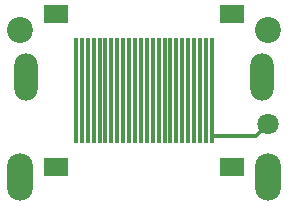
<source format=gbl>
G04*
G04 #@! TF.GenerationSoftware,Altium Limited,Altium Designer,19.1.7 (138)*
G04*
G04 Layer_Physical_Order=2*
G04 Layer_Color=16711680*
%FSLAX25Y25*%
%MOIN*%
G70*
G01*
G75*
%ADD14O,0.07874X0.15748*%
%ADD15O,0.08661X0.15748*%
%ADD16C,0.08661*%
%ADD17R,0.01181X0.05118*%
%ADD18R,0.07874X0.06299*%
%ADD19C,0.07087*%
%ADD20C,0.01181*%
D14*
X88583Y43307D02*
D03*
X9843D02*
D03*
D15*
X90551Y9843D02*
D03*
X7874D02*
D03*
D16*
Y59055D02*
D03*
X90551D02*
D03*
D17*
X71843Y53934D02*
D03*
X69874D02*
D03*
X67906D02*
D03*
X65937D02*
D03*
X63969D02*
D03*
X62000D02*
D03*
X60032D02*
D03*
X58063D02*
D03*
X56095D02*
D03*
X54126D02*
D03*
X52158D02*
D03*
X50189D02*
D03*
X48221D02*
D03*
X46252D02*
D03*
X44284D02*
D03*
X42315D02*
D03*
X40347D02*
D03*
X38378D02*
D03*
X36410D02*
D03*
X34441D02*
D03*
X32473D02*
D03*
X30504D02*
D03*
X28536D02*
D03*
X26567D02*
D03*
X26574Y23622D02*
D03*
X28543D02*
D03*
X30511D02*
D03*
X32480D02*
D03*
X34448D02*
D03*
X36417D02*
D03*
X38385D02*
D03*
X40354D02*
D03*
X42322D02*
D03*
X44291D02*
D03*
X46259D02*
D03*
X48228D02*
D03*
X50196D02*
D03*
X52165D02*
D03*
X54133D02*
D03*
X56102D02*
D03*
X58070D02*
D03*
X60039D02*
D03*
X62007D02*
D03*
X63976D02*
D03*
X65944D02*
D03*
X67913D02*
D03*
X69881D02*
D03*
X71850D02*
D03*
D18*
X19882Y64177D02*
D03*
X78544D02*
D03*
X78535Y13380D02*
D03*
X19873D02*
D03*
D19*
X90551Y27559D02*
D03*
D20*
X86614Y23622D02*
X90551Y27559D01*
X71850Y23622D02*
X86614D01*
X71843Y23423D02*
Y53934D01*
X69874Y23423D02*
Y53934D01*
X67906Y23423D02*
Y53934D01*
X65937Y23423D02*
Y53934D01*
X63969Y23423D02*
Y53934D01*
X62000Y23423D02*
Y53934D01*
X60039Y23622D02*
Y54134D01*
X58063Y23423D02*
Y53934D01*
X56095Y23423D02*
Y53934D01*
X54126Y23423D02*
Y53934D01*
X52158Y23423D02*
Y53934D01*
X50189Y23423D02*
Y53934D01*
X48221Y23423D02*
Y53934D01*
X46252Y23423D02*
Y53934D01*
X44284Y23423D02*
Y53934D01*
X42315Y23423D02*
Y53934D01*
X40347Y23423D02*
Y53934D01*
X38378Y23423D02*
Y53934D01*
X36410Y23423D02*
Y53934D01*
X34441Y23423D02*
Y53934D01*
X32480Y23622D02*
Y54134D01*
X30504Y23423D02*
Y53934D01*
X28536Y23423D02*
Y53934D01*
X26567Y23423D02*
Y53934D01*
M02*

</source>
